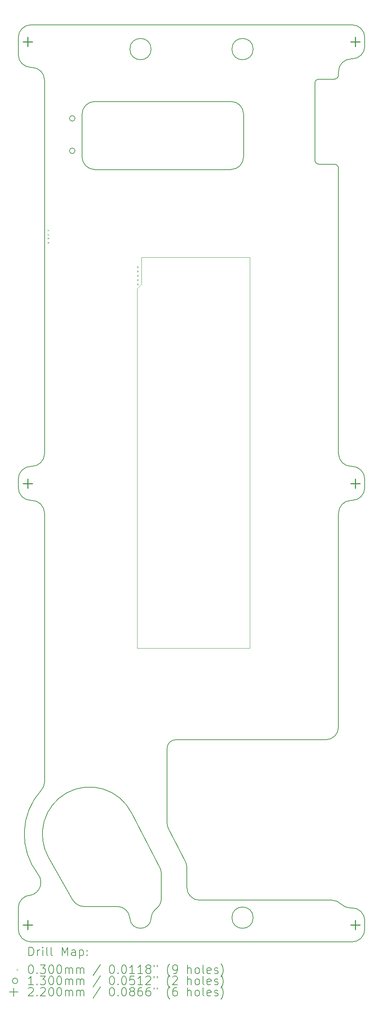
<source format=gbr>
%TF.GenerationSoftware,KiCad,Pcbnew,9.0.1*%
%TF.CreationDate,2025-04-06T17:44:16-07:00*%
%TF.ProjectId,Coil_Panel_XY,436f696c-5f50-4616-9e65-6c5f58592e6b,2.2*%
%TF.SameCoordinates,Original*%
%TF.FileFunction,Drillmap*%
%TF.FilePolarity,Positive*%
%FSLAX45Y45*%
G04 Gerber Fmt 4.5, Leading zero omitted, Abs format (unit mm)*
G04 Created by KiCad (PCBNEW 9.0.1) date 2025-04-06 17:44:16*
%MOMM*%
%LPD*%
G01*
G04 APERTURE LIST*
%ADD10C,0.200000*%
%ADD11C,0.100000*%
%ADD12C,0.130000*%
%ADD13C,0.220000*%
G04 APERTURE END LIST*
D10*
X3300000Y-13175000D02*
X3317500Y-13175000D01*
X3469229Y-21964624D02*
G75*
G02*
X3539605Y-19986073I1205774J947638D01*
G01*
D11*
X5800000Y-16650000D02*
X8450000Y-16650000D01*
D10*
X3317500Y-13175000D02*
G75*
G02*
X3617500Y-13475000I0J-300000D01*
G01*
X3617500Y-13475000D02*
X3617500Y-19800000D01*
X10532500Y-3100000D02*
G75*
G02*
X10832500Y-2800000I300000J0D01*
G01*
X8525000Y-22980000D02*
G75*
G02*
X8025000Y-22980000I-250000J0D01*
G01*
X8025000Y-22980000D02*
G75*
G02*
X8525000Y-22980000I250000J0D01*
G01*
X3300000Y-3000000D02*
G75*
G02*
X3000000Y-2700000I0J300000D01*
G01*
X8300000Y-4100000D02*
X8300000Y-5100000D01*
X10832500Y-2800000D02*
X10850000Y-2800000D01*
X4800000Y-5400000D02*
G75*
G02*
X4500000Y-5100000I0J300000D01*
G01*
X3300000Y-13175000D02*
G75*
G02*
X3000000Y-12875000I0J300000D01*
G01*
X10832500Y-12375000D02*
G75*
G02*
X10532500Y-12075000I0J300000D01*
G01*
X3617500Y-12075000D02*
G75*
G02*
X3317500Y-12375000I-300000J0D01*
G01*
X11150000Y-12875000D02*
X11150000Y-12675000D01*
X3000000Y-12675000D02*
X3000000Y-12875000D01*
X4500000Y-5100000D02*
X4500000Y-4100000D01*
X3317500Y-12375000D02*
X3300000Y-12375000D01*
X3317500Y-3000000D02*
G75*
G02*
X3617500Y-3300000I0J-300000D01*
G01*
X10850000Y-12375000D02*
G75*
G02*
X11150000Y-12675000I0J-300000D01*
G01*
X3000000Y-22750000D02*
X3000000Y-23250000D01*
X3000000Y-12675000D02*
G75*
G02*
X3300000Y-12375000I300000J0D01*
G01*
X11150000Y-12875000D02*
G75*
G02*
X10850000Y-13175000I-300000J0D01*
G01*
X10532500Y-12075000D02*
X10532500Y-5375000D01*
X10532500Y-13475000D02*
G75*
G02*
X10832500Y-13175000I300000J0D01*
G01*
X10432500Y-5275000D02*
X10075000Y-5275000D01*
X10075000Y-5275000D02*
G75*
G02*
X9975000Y-5175000I0J100000D01*
G01*
X8000000Y-3800000D02*
G75*
G02*
X8300000Y-4100000I0J-300000D01*
G01*
D11*
X8450000Y-7460000D02*
X5900000Y-7460000D01*
D10*
X3000000Y-2300000D02*
G75*
G02*
X3300000Y-2000000I300000J0D01*
G01*
X6365000Y-21943583D02*
X6365000Y-22528990D01*
X11150000Y-23250000D02*
G75*
G02*
X10850000Y-23550000I-300000J0D01*
G01*
D11*
X8450000Y-7460000D02*
X8450000Y-16650000D01*
D10*
X10832500Y-13175000D02*
X10850000Y-13175000D01*
X10850000Y-2000000D02*
G75*
G02*
X11150000Y-2300000I0J-300000D01*
G01*
X10432500Y-5275000D02*
G75*
G02*
X10532500Y-5375000I0J-100000D01*
G01*
X10075000Y-3275000D02*
X10432500Y-3275000D01*
X3617500Y-3300000D02*
X3617500Y-12075000D01*
X10380000Y-22570000D02*
G75*
G02*
X10595034Y-22662387I-1310J-299490D01*
G01*
X10532500Y-3175000D02*
X10532500Y-3100000D01*
X6931375Y-21659386D02*
G75*
G02*
X6964999Y-21800000I-265745J-137874D01*
G01*
X6365000Y-22528990D02*
G75*
G02*
X6244602Y-22769288I-300000J0D01*
G01*
X4544028Y-22715486D02*
G75*
G02*
X4283610Y-22564415I2J299996D01*
G01*
X6500000Y-20750000D02*
X6500000Y-19000000D01*
X10850000Y-22750000D02*
G75*
G02*
X11150000Y-23050000I0J-300000D01*
G01*
X4283606Y-22564417D02*
X3713209Y-21567021D01*
X10850000Y-12375000D02*
X10832500Y-12375000D01*
X6124638Y-22993448D02*
G75*
G02*
X5625521Y-22996130I-249638J13451D01*
G01*
X8300000Y-5100000D02*
G75*
G02*
X8000000Y-5400000I-300000J0D01*
G01*
X4800000Y-3800000D02*
X8000000Y-3800000D01*
X3300000Y-23550000D02*
G75*
G02*
X3000000Y-23250000I0J300000D01*
G01*
X11150000Y-2500000D02*
G75*
G02*
X10850000Y-2800000I-300000J0D01*
G01*
X5326146Y-22715486D02*
G75*
G02*
X5625520Y-22996130I4J-299994D01*
G01*
X10800000Y-22750000D02*
G75*
G02*
X10595034Y-22662387I8900J304380D01*
G01*
X6124638Y-22993448D02*
G75*
G02*
X6244600Y-22769285I299582J-16142D01*
G01*
X10380000Y-22570000D02*
X7265000Y-22570000D01*
X6965000Y-22270000D02*
X6965000Y-21800000D01*
X9975000Y-5175000D02*
X9975000Y-3375000D01*
D11*
X5900000Y-7460000D02*
X5900000Y-8100000D01*
X5800000Y-8200000D02*
X5800000Y-16650000D01*
D10*
X8525000Y-2570000D02*
G75*
G02*
X8025000Y-2570000I-250000J0D01*
G01*
X8025000Y-2570000D02*
G75*
G02*
X8525000Y-2570000I250000J0D01*
G01*
X3617500Y-19800000D02*
G75*
G02*
X3539606Y-19986074I-303260J17610D01*
G01*
X5326146Y-22715486D02*
X4544028Y-22715486D01*
X10850000Y-22750000D02*
X10800000Y-22750000D01*
X4500000Y-4100000D02*
G75*
G02*
X4800000Y-3800000I300000J0D01*
G01*
X5658777Y-20507316D02*
X6331375Y-21805581D01*
X7265000Y-22570000D02*
G75*
G02*
X6965000Y-22270000I0J300000D01*
G01*
X10850000Y-2000000D02*
X3300000Y-2000000D01*
X3000000Y-2300000D02*
X3000000Y-2700000D01*
X3713209Y-21567021D02*
G75*
G02*
X5658778Y-20507316I961792J550034D01*
G01*
X6700000Y-18800000D02*
X10232500Y-18800000D01*
X3300000Y-23550000D02*
X10850000Y-23550000D01*
X10532500Y-3175000D02*
G75*
G02*
X10432500Y-3275000I-100000J0D01*
G01*
X6931375Y-21659386D02*
X6533625Y-20891640D01*
X9975000Y-3375000D02*
G75*
G02*
X10075000Y-3275000I100000J0D01*
G01*
X3300000Y-3000000D02*
X3317500Y-3000000D01*
X6533625Y-20891640D02*
G75*
G02*
X6499998Y-20750000I266745J138140D01*
G01*
X3469229Y-21964624D02*
G75*
G02*
X3300000Y-22450000I-245330J-186654D01*
G01*
X3000000Y-22750000D02*
G75*
G02*
X3300000Y-22450000I300000J0D01*
G01*
X10532500Y-18500000D02*
X10532500Y-13475000D01*
D11*
X5900000Y-8100000D02*
X5800000Y-8200000D01*
D10*
X10532500Y-18500000D02*
G75*
G02*
X10232500Y-18800000I-300000J0D01*
G01*
X11150000Y-2500000D02*
X11150000Y-2300000D01*
X6125000Y-2570000D02*
G75*
G02*
X5625000Y-2570000I-250000J0D01*
G01*
X5625000Y-2570000D02*
G75*
G02*
X6125000Y-2570000I250000J0D01*
G01*
X11150000Y-23250000D02*
X11150000Y-23050000D01*
X6500000Y-19000000D02*
G75*
G02*
X6700000Y-18800000I200000J0D01*
G01*
X6331375Y-21805581D02*
G75*
G02*
X6365001Y-21943583I-266435J-138019D01*
G01*
X8000000Y-5400000D02*
X4800000Y-5400000D01*
D11*
X3690212Y-6809606D02*
X3720212Y-6839606D01*
X3720212Y-6809606D02*
X3690212Y-6839606D01*
X3690212Y-6911206D02*
X3720212Y-6941206D01*
X3720212Y-6911206D02*
X3690212Y-6941206D01*
X3690212Y-7003037D02*
X3720212Y-7033037D01*
X3720212Y-7003037D02*
X3690212Y-7033037D01*
X3690212Y-7104637D02*
X3720212Y-7134637D01*
X3720212Y-7104637D02*
X3690212Y-7134637D01*
X5792969Y-8079606D02*
X5822969Y-8109606D01*
X5822969Y-8079606D02*
X5792969Y-8109606D01*
X5795212Y-7673206D02*
X5825212Y-7703206D01*
X5825212Y-7673206D02*
X5795212Y-7703206D01*
X5795212Y-7774806D02*
X5825212Y-7804806D01*
X5825212Y-7774806D02*
X5795212Y-7804806D01*
X5795212Y-7876406D02*
X5825212Y-7906406D01*
X5825212Y-7876406D02*
X5795212Y-7906406D01*
X5795212Y-7978006D02*
X5825212Y-8008006D01*
X5825212Y-7978006D02*
X5795212Y-8008006D01*
D12*
X4335000Y-4198000D02*
G75*
G02*
X4205000Y-4198000I-65000J0D01*
G01*
X4205000Y-4198000D02*
G75*
G02*
X4335000Y-4198000I65000J0D01*
G01*
X4335000Y-4960000D02*
G75*
G02*
X4205000Y-4960000I-65000J0D01*
G01*
X4205000Y-4960000D02*
G75*
G02*
X4335000Y-4960000I65000J0D01*
G01*
D13*
X3225000Y-2290000D02*
X3225000Y-2510000D01*
X3115000Y-2400000D02*
X3335000Y-2400000D01*
X3225000Y-12665000D02*
X3225000Y-12885000D01*
X3115000Y-12775000D02*
X3335000Y-12775000D01*
X3225000Y-23040000D02*
X3225000Y-23260000D01*
X3115000Y-23150000D02*
X3335000Y-23150000D01*
X10925000Y-2290000D02*
X10925000Y-2510000D01*
X10815000Y-2400000D02*
X11035000Y-2400000D01*
X10925000Y-12665000D02*
X10925000Y-12885000D01*
X10815000Y-12775000D02*
X11035000Y-12775000D01*
X10925000Y-23040000D02*
X10925000Y-23260000D01*
X10815000Y-23150000D02*
X11035000Y-23150000D01*
D10*
X3250777Y-23871484D02*
X3250777Y-23671484D01*
X3250777Y-23671484D02*
X3298396Y-23671484D01*
X3298396Y-23671484D02*
X3326967Y-23681008D01*
X3326967Y-23681008D02*
X3346015Y-23700055D01*
X3346015Y-23700055D02*
X3355539Y-23719103D01*
X3355539Y-23719103D02*
X3365062Y-23757198D01*
X3365062Y-23757198D02*
X3365062Y-23785769D01*
X3365062Y-23785769D02*
X3355539Y-23823865D01*
X3355539Y-23823865D02*
X3346015Y-23842912D01*
X3346015Y-23842912D02*
X3326967Y-23861960D01*
X3326967Y-23861960D02*
X3298396Y-23871484D01*
X3298396Y-23871484D02*
X3250777Y-23871484D01*
X3450777Y-23871484D02*
X3450777Y-23738150D01*
X3450777Y-23776246D02*
X3460301Y-23757198D01*
X3460301Y-23757198D02*
X3469824Y-23747674D01*
X3469824Y-23747674D02*
X3488872Y-23738150D01*
X3488872Y-23738150D02*
X3507920Y-23738150D01*
X3574586Y-23871484D02*
X3574586Y-23738150D01*
X3574586Y-23671484D02*
X3565062Y-23681008D01*
X3565062Y-23681008D02*
X3574586Y-23690531D01*
X3574586Y-23690531D02*
X3584110Y-23681008D01*
X3584110Y-23681008D02*
X3574586Y-23671484D01*
X3574586Y-23671484D02*
X3574586Y-23690531D01*
X3698396Y-23871484D02*
X3679348Y-23861960D01*
X3679348Y-23861960D02*
X3669824Y-23842912D01*
X3669824Y-23842912D02*
X3669824Y-23671484D01*
X3803158Y-23871484D02*
X3784110Y-23861960D01*
X3784110Y-23861960D02*
X3774586Y-23842912D01*
X3774586Y-23842912D02*
X3774586Y-23671484D01*
X4031729Y-23871484D02*
X4031729Y-23671484D01*
X4031729Y-23671484D02*
X4098396Y-23814341D01*
X4098396Y-23814341D02*
X4165062Y-23671484D01*
X4165062Y-23671484D02*
X4165062Y-23871484D01*
X4346015Y-23871484D02*
X4346015Y-23766722D01*
X4346015Y-23766722D02*
X4336491Y-23747674D01*
X4336491Y-23747674D02*
X4317444Y-23738150D01*
X4317444Y-23738150D02*
X4279348Y-23738150D01*
X4279348Y-23738150D02*
X4260301Y-23747674D01*
X4346015Y-23861960D02*
X4326967Y-23871484D01*
X4326967Y-23871484D02*
X4279348Y-23871484D01*
X4279348Y-23871484D02*
X4260301Y-23861960D01*
X4260301Y-23861960D02*
X4250777Y-23842912D01*
X4250777Y-23842912D02*
X4250777Y-23823865D01*
X4250777Y-23823865D02*
X4260301Y-23804817D01*
X4260301Y-23804817D02*
X4279348Y-23795293D01*
X4279348Y-23795293D02*
X4326967Y-23795293D01*
X4326967Y-23795293D02*
X4346015Y-23785769D01*
X4441253Y-23738150D02*
X4441253Y-23938150D01*
X4441253Y-23747674D02*
X4460301Y-23738150D01*
X4460301Y-23738150D02*
X4498396Y-23738150D01*
X4498396Y-23738150D02*
X4517444Y-23747674D01*
X4517444Y-23747674D02*
X4526967Y-23757198D01*
X4526967Y-23757198D02*
X4536491Y-23776246D01*
X4536491Y-23776246D02*
X4536491Y-23833388D01*
X4536491Y-23833388D02*
X4526967Y-23852436D01*
X4526967Y-23852436D02*
X4517444Y-23861960D01*
X4517444Y-23861960D02*
X4498396Y-23871484D01*
X4498396Y-23871484D02*
X4460301Y-23871484D01*
X4460301Y-23871484D02*
X4441253Y-23861960D01*
X4622205Y-23852436D02*
X4631729Y-23861960D01*
X4631729Y-23861960D02*
X4622205Y-23871484D01*
X4622205Y-23871484D02*
X4612682Y-23861960D01*
X4612682Y-23861960D02*
X4622205Y-23852436D01*
X4622205Y-23852436D02*
X4622205Y-23871484D01*
X4622205Y-23747674D02*
X4631729Y-23757198D01*
X4631729Y-23757198D02*
X4622205Y-23766722D01*
X4622205Y-23766722D02*
X4612682Y-23757198D01*
X4612682Y-23757198D02*
X4622205Y-23747674D01*
X4622205Y-23747674D02*
X4622205Y-23766722D01*
D11*
X2960000Y-24185000D02*
X2990000Y-24215000D01*
X2990000Y-24185000D02*
X2960000Y-24215000D01*
D10*
X3288872Y-24091484D02*
X3307920Y-24091484D01*
X3307920Y-24091484D02*
X3326967Y-24101008D01*
X3326967Y-24101008D02*
X3336491Y-24110531D01*
X3336491Y-24110531D02*
X3346015Y-24129579D01*
X3346015Y-24129579D02*
X3355539Y-24167674D01*
X3355539Y-24167674D02*
X3355539Y-24215293D01*
X3355539Y-24215293D02*
X3346015Y-24253388D01*
X3346015Y-24253388D02*
X3336491Y-24272436D01*
X3336491Y-24272436D02*
X3326967Y-24281960D01*
X3326967Y-24281960D02*
X3307920Y-24291484D01*
X3307920Y-24291484D02*
X3288872Y-24291484D01*
X3288872Y-24291484D02*
X3269824Y-24281960D01*
X3269824Y-24281960D02*
X3260301Y-24272436D01*
X3260301Y-24272436D02*
X3250777Y-24253388D01*
X3250777Y-24253388D02*
X3241253Y-24215293D01*
X3241253Y-24215293D02*
X3241253Y-24167674D01*
X3241253Y-24167674D02*
X3250777Y-24129579D01*
X3250777Y-24129579D02*
X3260301Y-24110531D01*
X3260301Y-24110531D02*
X3269824Y-24101008D01*
X3269824Y-24101008D02*
X3288872Y-24091484D01*
X3441253Y-24272436D02*
X3450777Y-24281960D01*
X3450777Y-24281960D02*
X3441253Y-24291484D01*
X3441253Y-24291484D02*
X3431729Y-24281960D01*
X3431729Y-24281960D02*
X3441253Y-24272436D01*
X3441253Y-24272436D02*
X3441253Y-24291484D01*
X3517443Y-24091484D02*
X3641253Y-24091484D01*
X3641253Y-24091484D02*
X3574586Y-24167674D01*
X3574586Y-24167674D02*
X3603158Y-24167674D01*
X3603158Y-24167674D02*
X3622205Y-24177198D01*
X3622205Y-24177198D02*
X3631729Y-24186722D01*
X3631729Y-24186722D02*
X3641253Y-24205769D01*
X3641253Y-24205769D02*
X3641253Y-24253388D01*
X3641253Y-24253388D02*
X3631729Y-24272436D01*
X3631729Y-24272436D02*
X3622205Y-24281960D01*
X3622205Y-24281960D02*
X3603158Y-24291484D01*
X3603158Y-24291484D02*
X3546015Y-24291484D01*
X3546015Y-24291484D02*
X3526967Y-24281960D01*
X3526967Y-24281960D02*
X3517443Y-24272436D01*
X3765062Y-24091484D02*
X3784110Y-24091484D01*
X3784110Y-24091484D02*
X3803158Y-24101008D01*
X3803158Y-24101008D02*
X3812682Y-24110531D01*
X3812682Y-24110531D02*
X3822205Y-24129579D01*
X3822205Y-24129579D02*
X3831729Y-24167674D01*
X3831729Y-24167674D02*
X3831729Y-24215293D01*
X3831729Y-24215293D02*
X3822205Y-24253388D01*
X3822205Y-24253388D02*
X3812682Y-24272436D01*
X3812682Y-24272436D02*
X3803158Y-24281960D01*
X3803158Y-24281960D02*
X3784110Y-24291484D01*
X3784110Y-24291484D02*
X3765062Y-24291484D01*
X3765062Y-24291484D02*
X3746015Y-24281960D01*
X3746015Y-24281960D02*
X3736491Y-24272436D01*
X3736491Y-24272436D02*
X3726967Y-24253388D01*
X3726967Y-24253388D02*
X3717443Y-24215293D01*
X3717443Y-24215293D02*
X3717443Y-24167674D01*
X3717443Y-24167674D02*
X3726967Y-24129579D01*
X3726967Y-24129579D02*
X3736491Y-24110531D01*
X3736491Y-24110531D02*
X3746015Y-24101008D01*
X3746015Y-24101008D02*
X3765062Y-24091484D01*
X3955539Y-24091484D02*
X3974586Y-24091484D01*
X3974586Y-24091484D02*
X3993634Y-24101008D01*
X3993634Y-24101008D02*
X4003158Y-24110531D01*
X4003158Y-24110531D02*
X4012682Y-24129579D01*
X4012682Y-24129579D02*
X4022205Y-24167674D01*
X4022205Y-24167674D02*
X4022205Y-24215293D01*
X4022205Y-24215293D02*
X4012682Y-24253388D01*
X4012682Y-24253388D02*
X4003158Y-24272436D01*
X4003158Y-24272436D02*
X3993634Y-24281960D01*
X3993634Y-24281960D02*
X3974586Y-24291484D01*
X3974586Y-24291484D02*
X3955539Y-24291484D01*
X3955539Y-24291484D02*
X3936491Y-24281960D01*
X3936491Y-24281960D02*
X3926967Y-24272436D01*
X3926967Y-24272436D02*
X3917443Y-24253388D01*
X3917443Y-24253388D02*
X3907920Y-24215293D01*
X3907920Y-24215293D02*
X3907920Y-24167674D01*
X3907920Y-24167674D02*
X3917443Y-24129579D01*
X3917443Y-24129579D02*
X3926967Y-24110531D01*
X3926967Y-24110531D02*
X3936491Y-24101008D01*
X3936491Y-24101008D02*
X3955539Y-24091484D01*
X4107920Y-24291484D02*
X4107920Y-24158150D01*
X4107920Y-24177198D02*
X4117443Y-24167674D01*
X4117443Y-24167674D02*
X4136491Y-24158150D01*
X4136491Y-24158150D02*
X4165063Y-24158150D01*
X4165063Y-24158150D02*
X4184110Y-24167674D01*
X4184110Y-24167674D02*
X4193634Y-24186722D01*
X4193634Y-24186722D02*
X4193634Y-24291484D01*
X4193634Y-24186722D02*
X4203158Y-24167674D01*
X4203158Y-24167674D02*
X4222205Y-24158150D01*
X4222205Y-24158150D02*
X4250777Y-24158150D01*
X4250777Y-24158150D02*
X4269825Y-24167674D01*
X4269825Y-24167674D02*
X4279348Y-24186722D01*
X4279348Y-24186722D02*
X4279348Y-24291484D01*
X4374586Y-24291484D02*
X4374586Y-24158150D01*
X4374586Y-24177198D02*
X4384110Y-24167674D01*
X4384110Y-24167674D02*
X4403158Y-24158150D01*
X4403158Y-24158150D02*
X4431729Y-24158150D01*
X4431729Y-24158150D02*
X4450777Y-24167674D01*
X4450777Y-24167674D02*
X4460301Y-24186722D01*
X4460301Y-24186722D02*
X4460301Y-24291484D01*
X4460301Y-24186722D02*
X4469825Y-24167674D01*
X4469825Y-24167674D02*
X4488872Y-24158150D01*
X4488872Y-24158150D02*
X4517444Y-24158150D01*
X4517444Y-24158150D02*
X4536491Y-24167674D01*
X4536491Y-24167674D02*
X4546015Y-24186722D01*
X4546015Y-24186722D02*
X4546015Y-24291484D01*
X4936491Y-24081960D02*
X4765063Y-24339103D01*
X5193634Y-24091484D02*
X5212682Y-24091484D01*
X5212682Y-24091484D02*
X5231729Y-24101008D01*
X5231729Y-24101008D02*
X5241253Y-24110531D01*
X5241253Y-24110531D02*
X5250777Y-24129579D01*
X5250777Y-24129579D02*
X5260301Y-24167674D01*
X5260301Y-24167674D02*
X5260301Y-24215293D01*
X5260301Y-24215293D02*
X5250777Y-24253388D01*
X5250777Y-24253388D02*
X5241253Y-24272436D01*
X5241253Y-24272436D02*
X5231729Y-24281960D01*
X5231729Y-24281960D02*
X5212682Y-24291484D01*
X5212682Y-24291484D02*
X5193634Y-24291484D01*
X5193634Y-24291484D02*
X5174587Y-24281960D01*
X5174587Y-24281960D02*
X5165063Y-24272436D01*
X5165063Y-24272436D02*
X5155539Y-24253388D01*
X5155539Y-24253388D02*
X5146015Y-24215293D01*
X5146015Y-24215293D02*
X5146015Y-24167674D01*
X5146015Y-24167674D02*
X5155539Y-24129579D01*
X5155539Y-24129579D02*
X5165063Y-24110531D01*
X5165063Y-24110531D02*
X5174587Y-24101008D01*
X5174587Y-24101008D02*
X5193634Y-24091484D01*
X5346015Y-24272436D02*
X5355539Y-24281960D01*
X5355539Y-24281960D02*
X5346015Y-24291484D01*
X5346015Y-24291484D02*
X5336491Y-24281960D01*
X5336491Y-24281960D02*
X5346015Y-24272436D01*
X5346015Y-24272436D02*
X5346015Y-24291484D01*
X5479348Y-24091484D02*
X5498396Y-24091484D01*
X5498396Y-24091484D02*
X5517444Y-24101008D01*
X5517444Y-24101008D02*
X5526968Y-24110531D01*
X5526968Y-24110531D02*
X5536491Y-24129579D01*
X5536491Y-24129579D02*
X5546015Y-24167674D01*
X5546015Y-24167674D02*
X5546015Y-24215293D01*
X5546015Y-24215293D02*
X5536491Y-24253388D01*
X5536491Y-24253388D02*
X5526968Y-24272436D01*
X5526968Y-24272436D02*
X5517444Y-24281960D01*
X5517444Y-24281960D02*
X5498396Y-24291484D01*
X5498396Y-24291484D02*
X5479348Y-24291484D01*
X5479348Y-24291484D02*
X5460301Y-24281960D01*
X5460301Y-24281960D02*
X5450777Y-24272436D01*
X5450777Y-24272436D02*
X5441253Y-24253388D01*
X5441253Y-24253388D02*
X5431729Y-24215293D01*
X5431729Y-24215293D02*
X5431729Y-24167674D01*
X5431729Y-24167674D02*
X5441253Y-24129579D01*
X5441253Y-24129579D02*
X5450777Y-24110531D01*
X5450777Y-24110531D02*
X5460301Y-24101008D01*
X5460301Y-24101008D02*
X5479348Y-24091484D01*
X5736491Y-24291484D02*
X5622206Y-24291484D01*
X5679348Y-24291484D02*
X5679348Y-24091484D01*
X5679348Y-24091484D02*
X5660301Y-24120055D01*
X5660301Y-24120055D02*
X5641253Y-24139103D01*
X5641253Y-24139103D02*
X5622206Y-24148627D01*
X5926967Y-24291484D02*
X5812682Y-24291484D01*
X5869825Y-24291484D02*
X5869825Y-24091484D01*
X5869825Y-24091484D02*
X5850777Y-24120055D01*
X5850777Y-24120055D02*
X5831729Y-24139103D01*
X5831729Y-24139103D02*
X5812682Y-24148627D01*
X6041253Y-24177198D02*
X6022206Y-24167674D01*
X6022206Y-24167674D02*
X6012682Y-24158150D01*
X6012682Y-24158150D02*
X6003158Y-24139103D01*
X6003158Y-24139103D02*
X6003158Y-24129579D01*
X6003158Y-24129579D02*
X6012682Y-24110531D01*
X6012682Y-24110531D02*
X6022206Y-24101008D01*
X6022206Y-24101008D02*
X6041253Y-24091484D01*
X6041253Y-24091484D02*
X6079348Y-24091484D01*
X6079348Y-24091484D02*
X6098396Y-24101008D01*
X6098396Y-24101008D02*
X6107920Y-24110531D01*
X6107920Y-24110531D02*
X6117444Y-24129579D01*
X6117444Y-24129579D02*
X6117444Y-24139103D01*
X6117444Y-24139103D02*
X6107920Y-24158150D01*
X6107920Y-24158150D02*
X6098396Y-24167674D01*
X6098396Y-24167674D02*
X6079348Y-24177198D01*
X6079348Y-24177198D02*
X6041253Y-24177198D01*
X6041253Y-24177198D02*
X6022206Y-24186722D01*
X6022206Y-24186722D02*
X6012682Y-24196246D01*
X6012682Y-24196246D02*
X6003158Y-24215293D01*
X6003158Y-24215293D02*
X6003158Y-24253388D01*
X6003158Y-24253388D02*
X6012682Y-24272436D01*
X6012682Y-24272436D02*
X6022206Y-24281960D01*
X6022206Y-24281960D02*
X6041253Y-24291484D01*
X6041253Y-24291484D02*
X6079348Y-24291484D01*
X6079348Y-24291484D02*
X6098396Y-24281960D01*
X6098396Y-24281960D02*
X6107920Y-24272436D01*
X6107920Y-24272436D02*
X6117444Y-24253388D01*
X6117444Y-24253388D02*
X6117444Y-24215293D01*
X6117444Y-24215293D02*
X6107920Y-24196246D01*
X6107920Y-24196246D02*
X6098396Y-24186722D01*
X6098396Y-24186722D02*
X6079348Y-24177198D01*
X6193634Y-24091484D02*
X6193634Y-24129579D01*
X6269825Y-24091484D02*
X6269825Y-24129579D01*
X6565063Y-24367674D02*
X6555539Y-24358150D01*
X6555539Y-24358150D02*
X6536491Y-24329579D01*
X6536491Y-24329579D02*
X6526968Y-24310531D01*
X6526968Y-24310531D02*
X6517444Y-24281960D01*
X6517444Y-24281960D02*
X6507920Y-24234341D01*
X6507920Y-24234341D02*
X6507920Y-24196246D01*
X6507920Y-24196246D02*
X6517444Y-24148627D01*
X6517444Y-24148627D02*
X6526968Y-24120055D01*
X6526968Y-24120055D02*
X6536491Y-24101008D01*
X6536491Y-24101008D02*
X6555539Y-24072436D01*
X6555539Y-24072436D02*
X6565063Y-24062912D01*
X6650777Y-24291484D02*
X6688872Y-24291484D01*
X6688872Y-24291484D02*
X6707920Y-24281960D01*
X6707920Y-24281960D02*
X6717444Y-24272436D01*
X6717444Y-24272436D02*
X6736491Y-24243865D01*
X6736491Y-24243865D02*
X6746015Y-24205769D01*
X6746015Y-24205769D02*
X6746015Y-24129579D01*
X6746015Y-24129579D02*
X6736491Y-24110531D01*
X6736491Y-24110531D02*
X6726968Y-24101008D01*
X6726968Y-24101008D02*
X6707920Y-24091484D01*
X6707920Y-24091484D02*
X6669825Y-24091484D01*
X6669825Y-24091484D02*
X6650777Y-24101008D01*
X6650777Y-24101008D02*
X6641253Y-24110531D01*
X6641253Y-24110531D02*
X6631729Y-24129579D01*
X6631729Y-24129579D02*
X6631729Y-24177198D01*
X6631729Y-24177198D02*
X6641253Y-24196246D01*
X6641253Y-24196246D02*
X6650777Y-24205769D01*
X6650777Y-24205769D02*
X6669825Y-24215293D01*
X6669825Y-24215293D02*
X6707920Y-24215293D01*
X6707920Y-24215293D02*
X6726968Y-24205769D01*
X6726968Y-24205769D02*
X6736491Y-24196246D01*
X6736491Y-24196246D02*
X6746015Y-24177198D01*
X6984110Y-24291484D02*
X6984110Y-24091484D01*
X7069825Y-24291484D02*
X7069825Y-24186722D01*
X7069825Y-24186722D02*
X7060301Y-24167674D01*
X7060301Y-24167674D02*
X7041253Y-24158150D01*
X7041253Y-24158150D02*
X7012682Y-24158150D01*
X7012682Y-24158150D02*
X6993634Y-24167674D01*
X6993634Y-24167674D02*
X6984110Y-24177198D01*
X7193634Y-24291484D02*
X7174587Y-24281960D01*
X7174587Y-24281960D02*
X7165063Y-24272436D01*
X7165063Y-24272436D02*
X7155539Y-24253388D01*
X7155539Y-24253388D02*
X7155539Y-24196246D01*
X7155539Y-24196246D02*
X7165063Y-24177198D01*
X7165063Y-24177198D02*
X7174587Y-24167674D01*
X7174587Y-24167674D02*
X7193634Y-24158150D01*
X7193634Y-24158150D02*
X7222206Y-24158150D01*
X7222206Y-24158150D02*
X7241253Y-24167674D01*
X7241253Y-24167674D02*
X7250777Y-24177198D01*
X7250777Y-24177198D02*
X7260301Y-24196246D01*
X7260301Y-24196246D02*
X7260301Y-24253388D01*
X7260301Y-24253388D02*
X7250777Y-24272436D01*
X7250777Y-24272436D02*
X7241253Y-24281960D01*
X7241253Y-24281960D02*
X7222206Y-24291484D01*
X7222206Y-24291484D02*
X7193634Y-24291484D01*
X7374587Y-24291484D02*
X7355539Y-24281960D01*
X7355539Y-24281960D02*
X7346015Y-24262912D01*
X7346015Y-24262912D02*
X7346015Y-24091484D01*
X7526968Y-24281960D02*
X7507920Y-24291484D01*
X7507920Y-24291484D02*
X7469825Y-24291484D01*
X7469825Y-24291484D02*
X7450777Y-24281960D01*
X7450777Y-24281960D02*
X7441253Y-24262912D01*
X7441253Y-24262912D02*
X7441253Y-24186722D01*
X7441253Y-24186722D02*
X7450777Y-24167674D01*
X7450777Y-24167674D02*
X7469825Y-24158150D01*
X7469825Y-24158150D02*
X7507920Y-24158150D01*
X7507920Y-24158150D02*
X7526968Y-24167674D01*
X7526968Y-24167674D02*
X7536491Y-24186722D01*
X7536491Y-24186722D02*
X7536491Y-24205769D01*
X7536491Y-24205769D02*
X7441253Y-24224817D01*
X7612682Y-24281960D02*
X7631730Y-24291484D01*
X7631730Y-24291484D02*
X7669825Y-24291484D01*
X7669825Y-24291484D02*
X7688872Y-24281960D01*
X7688872Y-24281960D02*
X7698396Y-24262912D01*
X7698396Y-24262912D02*
X7698396Y-24253388D01*
X7698396Y-24253388D02*
X7688872Y-24234341D01*
X7688872Y-24234341D02*
X7669825Y-24224817D01*
X7669825Y-24224817D02*
X7641253Y-24224817D01*
X7641253Y-24224817D02*
X7622206Y-24215293D01*
X7622206Y-24215293D02*
X7612682Y-24196246D01*
X7612682Y-24196246D02*
X7612682Y-24186722D01*
X7612682Y-24186722D02*
X7622206Y-24167674D01*
X7622206Y-24167674D02*
X7641253Y-24158150D01*
X7641253Y-24158150D02*
X7669825Y-24158150D01*
X7669825Y-24158150D02*
X7688872Y-24167674D01*
X7765063Y-24367674D02*
X7774587Y-24358150D01*
X7774587Y-24358150D02*
X7793634Y-24329579D01*
X7793634Y-24329579D02*
X7803158Y-24310531D01*
X7803158Y-24310531D02*
X7812682Y-24281960D01*
X7812682Y-24281960D02*
X7822206Y-24234341D01*
X7822206Y-24234341D02*
X7822206Y-24196246D01*
X7822206Y-24196246D02*
X7812682Y-24148627D01*
X7812682Y-24148627D02*
X7803158Y-24120055D01*
X7803158Y-24120055D02*
X7793634Y-24101008D01*
X7793634Y-24101008D02*
X7774587Y-24072436D01*
X7774587Y-24072436D02*
X7765063Y-24062912D01*
D12*
X2990000Y-24464000D02*
G75*
G02*
X2860000Y-24464000I-65000J0D01*
G01*
X2860000Y-24464000D02*
G75*
G02*
X2990000Y-24464000I65000J0D01*
G01*
D10*
X3355539Y-24555484D02*
X3241253Y-24555484D01*
X3298396Y-24555484D02*
X3298396Y-24355484D01*
X3298396Y-24355484D02*
X3279348Y-24384055D01*
X3279348Y-24384055D02*
X3260301Y-24403103D01*
X3260301Y-24403103D02*
X3241253Y-24412627D01*
X3441253Y-24536436D02*
X3450777Y-24545960D01*
X3450777Y-24545960D02*
X3441253Y-24555484D01*
X3441253Y-24555484D02*
X3431729Y-24545960D01*
X3431729Y-24545960D02*
X3441253Y-24536436D01*
X3441253Y-24536436D02*
X3441253Y-24555484D01*
X3517443Y-24355484D02*
X3641253Y-24355484D01*
X3641253Y-24355484D02*
X3574586Y-24431674D01*
X3574586Y-24431674D02*
X3603158Y-24431674D01*
X3603158Y-24431674D02*
X3622205Y-24441198D01*
X3622205Y-24441198D02*
X3631729Y-24450722D01*
X3631729Y-24450722D02*
X3641253Y-24469769D01*
X3641253Y-24469769D02*
X3641253Y-24517388D01*
X3641253Y-24517388D02*
X3631729Y-24536436D01*
X3631729Y-24536436D02*
X3622205Y-24545960D01*
X3622205Y-24545960D02*
X3603158Y-24555484D01*
X3603158Y-24555484D02*
X3546015Y-24555484D01*
X3546015Y-24555484D02*
X3526967Y-24545960D01*
X3526967Y-24545960D02*
X3517443Y-24536436D01*
X3765062Y-24355484D02*
X3784110Y-24355484D01*
X3784110Y-24355484D02*
X3803158Y-24365008D01*
X3803158Y-24365008D02*
X3812682Y-24374531D01*
X3812682Y-24374531D02*
X3822205Y-24393579D01*
X3822205Y-24393579D02*
X3831729Y-24431674D01*
X3831729Y-24431674D02*
X3831729Y-24479293D01*
X3831729Y-24479293D02*
X3822205Y-24517388D01*
X3822205Y-24517388D02*
X3812682Y-24536436D01*
X3812682Y-24536436D02*
X3803158Y-24545960D01*
X3803158Y-24545960D02*
X3784110Y-24555484D01*
X3784110Y-24555484D02*
X3765062Y-24555484D01*
X3765062Y-24555484D02*
X3746015Y-24545960D01*
X3746015Y-24545960D02*
X3736491Y-24536436D01*
X3736491Y-24536436D02*
X3726967Y-24517388D01*
X3726967Y-24517388D02*
X3717443Y-24479293D01*
X3717443Y-24479293D02*
X3717443Y-24431674D01*
X3717443Y-24431674D02*
X3726967Y-24393579D01*
X3726967Y-24393579D02*
X3736491Y-24374531D01*
X3736491Y-24374531D02*
X3746015Y-24365008D01*
X3746015Y-24365008D02*
X3765062Y-24355484D01*
X3955539Y-24355484D02*
X3974586Y-24355484D01*
X3974586Y-24355484D02*
X3993634Y-24365008D01*
X3993634Y-24365008D02*
X4003158Y-24374531D01*
X4003158Y-24374531D02*
X4012682Y-24393579D01*
X4012682Y-24393579D02*
X4022205Y-24431674D01*
X4022205Y-24431674D02*
X4022205Y-24479293D01*
X4022205Y-24479293D02*
X4012682Y-24517388D01*
X4012682Y-24517388D02*
X4003158Y-24536436D01*
X4003158Y-24536436D02*
X3993634Y-24545960D01*
X3993634Y-24545960D02*
X3974586Y-24555484D01*
X3974586Y-24555484D02*
X3955539Y-24555484D01*
X3955539Y-24555484D02*
X3936491Y-24545960D01*
X3936491Y-24545960D02*
X3926967Y-24536436D01*
X3926967Y-24536436D02*
X3917443Y-24517388D01*
X3917443Y-24517388D02*
X3907920Y-24479293D01*
X3907920Y-24479293D02*
X3907920Y-24431674D01*
X3907920Y-24431674D02*
X3917443Y-24393579D01*
X3917443Y-24393579D02*
X3926967Y-24374531D01*
X3926967Y-24374531D02*
X3936491Y-24365008D01*
X3936491Y-24365008D02*
X3955539Y-24355484D01*
X4107920Y-24555484D02*
X4107920Y-24422150D01*
X4107920Y-24441198D02*
X4117443Y-24431674D01*
X4117443Y-24431674D02*
X4136491Y-24422150D01*
X4136491Y-24422150D02*
X4165063Y-24422150D01*
X4165063Y-24422150D02*
X4184110Y-24431674D01*
X4184110Y-24431674D02*
X4193634Y-24450722D01*
X4193634Y-24450722D02*
X4193634Y-24555484D01*
X4193634Y-24450722D02*
X4203158Y-24431674D01*
X4203158Y-24431674D02*
X4222205Y-24422150D01*
X4222205Y-24422150D02*
X4250777Y-24422150D01*
X4250777Y-24422150D02*
X4269825Y-24431674D01*
X4269825Y-24431674D02*
X4279348Y-24450722D01*
X4279348Y-24450722D02*
X4279348Y-24555484D01*
X4374586Y-24555484D02*
X4374586Y-24422150D01*
X4374586Y-24441198D02*
X4384110Y-24431674D01*
X4384110Y-24431674D02*
X4403158Y-24422150D01*
X4403158Y-24422150D02*
X4431729Y-24422150D01*
X4431729Y-24422150D02*
X4450777Y-24431674D01*
X4450777Y-24431674D02*
X4460301Y-24450722D01*
X4460301Y-24450722D02*
X4460301Y-24555484D01*
X4460301Y-24450722D02*
X4469825Y-24431674D01*
X4469825Y-24431674D02*
X4488872Y-24422150D01*
X4488872Y-24422150D02*
X4517444Y-24422150D01*
X4517444Y-24422150D02*
X4536491Y-24431674D01*
X4536491Y-24431674D02*
X4546015Y-24450722D01*
X4546015Y-24450722D02*
X4546015Y-24555484D01*
X4936491Y-24345960D02*
X4765063Y-24603103D01*
X5193634Y-24355484D02*
X5212682Y-24355484D01*
X5212682Y-24355484D02*
X5231729Y-24365008D01*
X5231729Y-24365008D02*
X5241253Y-24374531D01*
X5241253Y-24374531D02*
X5250777Y-24393579D01*
X5250777Y-24393579D02*
X5260301Y-24431674D01*
X5260301Y-24431674D02*
X5260301Y-24479293D01*
X5260301Y-24479293D02*
X5250777Y-24517388D01*
X5250777Y-24517388D02*
X5241253Y-24536436D01*
X5241253Y-24536436D02*
X5231729Y-24545960D01*
X5231729Y-24545960D02*
X5212682Y-24555484D01*
X5212682Y-24555484D02*
X5193634Y-24555484D01*
X5193634Y-24555484D02*
X5174587Y-24545960D01*
X5174587Y-24545960D02*
X5165063Y-24536436D01*
X5165063Y-24536436D02*
X5155539Y-24517388D01*
X5155539Y-24517388D02*
X5146015Y-24479293D01*
X5146015Y-24479293D02*
X5146015Y-24431674D01*
X5146015Y-24431674D02*
X5155539Y-24393579D01*
X5155539Y-24393579D02*
X5165063Y-24374531D01*
X5165063Y-24374531D02*
X5174587Y-24365008D01*
X5174587Y-24365008D02*
X5193634Y-24355484D01*
X5346015Y-24536436D02*
X5355539Y-24545960D01*
X5355539Y-24545960D02*
X5346015Y-24555484D01*
X5346015Y-24555484D02*
X5336491Y-24545960D01*
X5336491Y-24545960D02*
X5346015Y-24536436D01*
X5346015Y-24536436D02*
X5346015Y-24555484D01*
X5479348Y-24355484D02*
X5498396Y-24355484D01*
X5498396Y-24355484D02*
X5517444Y-24365008D01*
X5517444Y-24365008D02*
X5526968Y-24374531D01*
X5526968Y-24374531D02*
X5536491Y-24393579D01*
X5536491Y-24393579D02*
X5546015Y-24431674D01*
X5546015Y-24431674D02*
X5546015Y-24479293D01*
X5546015Y-24479293D02*
X5536491Y-24517388D01*
X5536491Y-24517388D02*
X5526968Y-24536436D01*
X5526968Y-24536436D02*
X5517444Y-24545960D01*
X5517444Y-24545960D02*
X5498396Y-24555484D01*
X5498396Y-24555484D02*
X5479348Y-24555484D01*
X5479348Y-24555484D02*
X5460301Y-24545960D01*
X5460301Y-24545960D02*
X5450777Y-24536436D01*
X5450777Y-24536436D02*
X5441253Y-24517388D01*
X5441253Y-24517388D02*
X5431729Y-24479293D01*
X5431729Y-24479293D02*
X5431729Y-24431674D01*
X5431729Y-24431674D02*
X5441253Y-24393579D01*
X5441253Y-24393579D02*
X5450777Y-24374531D01*
X5450777Y-24374531D02*
X5460301Y-24365008D01*
X5460301Y-24365008D02*
X5479348Y-24355484D01*
X5726967Y-24355484D02*
X5631729Y-24355484D01*
X5631729Y-24355484D02*
X5622206Y-24450722D01*
X5622206Y-24450722D02*
X5631729Y-24441198D01*
X5631729Y-24441198D02*
X5650777Y-24431674D01*
X5650777Y-24431674D02*
X5698396Y-24431674D01*
X5698396Y-24431674D02*
X5717444Y-24441198D01*
X5717444Y-24441198D02*
X5726967Y-24450722D01*
X5726967Y-24450722D02*
X5736491Y-24469769D01*
X5736491Y-24469769D02*
X5736491Y-24517388D01*
X5736491Y-24517388D02*
X5726967Y-24536436D01*
X5726967Y-24536436D02*
X5717444Y-24545960D01*
X5717444Y-24545960D02*
X5698396Y-24555484D01*
X5698396Y-24555484D02*
X5650777Y-24555484D01*
X5650777Y-24555484D02*
X5631729Y-24545960D01*
X5631729Y-24545960D02*
X5622206Y-24536436D01*
X5926967Y-24555484D02*
X5812682Y-24555484D01*
X5869825Y-24555484D02*
X5869825Y-24355484D01*
X5869825Y-24355484D02*
X5850777Y-24384055D01*
X5850777Y-24384055D02*
X5831729Y-24403103D01*
X5831729Y-24403103D02*
X5812682Y-24412627D01*
X6003158Y-24374531D02*
X6012682Y-24365008D01*
X6012682Y-24365008D02*
X6031729Y-24355484D01*
X6031729Y-24355484D02*
X6079348Y-24355484D01*
X6079348Y-24355484D02*
X6098396Y-24365008D01*
X6098396Y-24365008D02*
X6107920Y-24374531D01*
X6107920Y-24374531D02*
X6117444Y-24393579D01*
X6117444Y-24393579D02*
X6117444Y-24412627D01*
X6117444Y-24412627D02*
X6107920Y-24441198D01*
X6107920Y-24441198D02*
X5993634Y-24555484D01*
X5993634Y-24555484D02*
X6117444Y-24555484D01*
X6193634Y-24355484D02*
X6193634Y-24393579D01*
X6269825Y-24355484D02*
X6269825Y-24393579D01*
X6565063Y-24631674D02*
X6555539Y-24622150D01*
X6555539Y-24622150D02*
X6536491Y-24593579D01*
X6536491Y-24593579D02*
X6526968Y-24574531D01*
X6526968Y-24574531D02*
X6517444Y-24545960D01*
X6517444Y-24545960D02*
X6507920Y-24498341D01*
X6507920Y-24498341D02*
X6507920Y-24460246D01*
X6507920Y-24460246D02*
X6517444Y-24412627D01*
X6517444Y-24412627D02*
X6526968Y-24384055D01*
X6526968Y-24384055D02*
X6536491Y-24365008D01*
X6536491Y-24365008D02*
X6555539Y-24336436D01*
X6555539Y-24336436D02*
X6565063Y-24326912D01*
X6631729Y-24374531D02*
X6641253Y-24365008D01*
X6641253Y-24365008D02*
X6660301Y-24355484D01*
X6660301Y-24355484D02*
X6707920Y-24355484D01*
X6707920Y-24355484D02*
X6726968Y-24365008D01*
X6726968Y-24365008D02*
X6736491Y-24374531D01*
X6736491Y-24374531D02*
X6746015Y-24393579D01*
X6746015Y-24393579D02*
X6746015Y-24412627D01*
X6746015Y-24412627D02*
X6736491Y-24441198D01*
X6736491Y-24441198D02*
X6622206Y-24555484D01*
X6622206Y-24555484D02*
X6746015Y-24555484D01*
X6984110Y-24555484D02*
X6984110Y-24355484D01*
X7069825Y-24555484D02*
X7069825Y-24450722D01*
X7069825Y-24450722D02*
X7060301Y-24431674D01*
X7060301Y-24431674D02*
X7041253Y-24422150D01*
X7041253Y-24422150D02*
X7012682Y-24422150D01*
X7012682Y-24422150D02*
X6993634Y-24431674D01*
X6993634Y-24431674D02*
X6984110Y-24441198D01*
X7193634Y-24555484D02*
X7174587Y-24545960D01*
X7174587Y-24545960D02*
X7165063Y-24536436D01*
X7165063Y-24536436D02*
X7155539Y-24517388D01*
X7155539Y-24517388D02*
X7155539Y-24460246D01*
X7155539Y-24460246D02*
X7165063Y-24441198D01*
X7165063Y-24441198D02*
X7174587Y-24431674D01*
X7174587Y-24431674D02*
X7193634Y-24422150D01*
X7193634Y-24422150D02*
X7222206Y-24422150D01*
X7222206Y-24422150D02*
X7241253Y-24431674D01*
X7241253Y-24431674D02*
X7250777Y-24441198D01*
X7250777Y-24441198D02*
X7260301Y-24460246D01*
X7260301Y-24460246D02*
X7260301Y-24517388D01*
X7260301Y-24517388D02*
X7250777Y-24536436D01*
X7250777Y-24536436D02*
X7241253Y-24545960D01*
X7241253Y-24545960D02*
X7222206Y-24555484D01*
X7222206Y-24555484D02*
X7193634Y-24555484D01*
X7374587Y-24555484D02*
X7355539Y-24545960D01*
X7355539Y-24545960D02*
X7346015Y-24526912D01*
X7346015Y-24526912D02*
X7346015Y-24355484D01*
X7526968Y-24545960D02*
X7507920Y-24555484D01*
X7507920Y-24555484D02*
X7469825Y-24555484D01*
X7469825Y-24555484D02*
X7450777Y-24545960D01*
X7450777Y-24545960D02*
X7441253Y-24526912D01*
X7441253Y-24526912D02*
X7441253Y-24450722D01*
X7441253Y-24450722D02*
X7450777Y-24431674D01*
X7450777Y-24431674D02*
X7469825Y-24422150D01*
X7469825Y-24422150D02*
X7507920Y-24422150D01*
X7507920Y-24422150D02*
X7526968Y-24431674D01*
X7526968Y-24431674D02*
X7536491Y-24450722D01*
X7536491Y-24450722D02*
X7536491Y-24469769D01*
X7536491Y-24469769D02*
X7441253Y-24488817D01*
X7612682Y-24545960D02*
X7631730Y-24555484D01*
X7631730Y-24555484D02*
X7669825Y-24555484D01*
X7669825Y-24555484D02*
X7688872Y-24545960D01*
X7688872Y-24545960D02*
X7698396Y-24526912D01*
X7698396Y-24526912D02*
X7698396Y-24517388D01*
X7698396Y-24517388D02*
X7688872Y-24498341D01*
X7688872Y-24498341D02*
X7669825Y-24488817D01*
X7669825Y-24488817D02*
X7641253Y-24488817D01*
X7641253Y-24488817D02*
X7622206Y-24479293D01*
X7622206Y-24479293D02*
X7612682Y-24460246D01*
X7612682Y-24460246D02*
X7612682Y-24450722D01*
X7612682Y-24450722D02*
X7622206Y-24431674D01*
X7622206Y-24431674D02*
X7641253Y-24422150D01*
X7641253Y-24422150D02*
X7669825Y-24422150D01*
X7669825Y-24422150D02*
X7688872Y-24431674D01*
X7765063Y-24631674D02*
X7774587Y-24622150D01*
X7774587Y-24622150D02*
X7793634Y-24593579D01*
X7793634Y-24593579D02*
X7803158Y-24574531D01*
X7803158Y-24574531D02*
X7812682Y-24545960D01*
X7812682Y-24545960D02*
X7822206Y-24498341D01*
X7822206Y-24498341D02*
X7822206Y-24460246D01*
X7822206Y-24460246D02*
X7812682Y-24412627D01*
X7812682Y-24412627D02*
X7803158Y-24384055D01*
X7803158Y-24384055D02*
X7793634Y-24365008D01*
X7793634Y-24365008D02*
X7774587Y-24336436D01*
X7774587Y-24336436D02*
X7765063Y-24326912D01*
X2890000Y-24628000D02*
X2890000Y-24828000D01*
X2790000Y-24728000D02*
X2990000Y-24728000D01*
X3241253Y-24638531D02*
X3250777Y-24629008D01*
X3250777Y-24629008D02*
X3269824Y-24619484D01*
X3269824Y-24619484D02*
X3317443Y-24619484D01*
X3317443Y-24619484D02*
X3336491Y-24629008D01*
X3336491Y-24629008D02*
X3346015Y-24638531D01*
X3346015Y-24638531D02*
X3355539Y-24657579D01*
X3355539Y-24657579D02*
X3355539Y-24676627D01*
X3355539Y-24676627D02*
X3346015Y-24705198D01*
X3346015Y-24705198D02*
X3231729Y-24819484D01*
X3231729Y-24819484D02*
X3355539Y-24819484D01*
X3441253Y-24800436D02*
X3450777Y-24809960D01*
X3450777Y-24809960D02*
X3441253Y-24819484D01*
X3441253Y-24819484D02*
X3431729Y-24809960D01*
X3431729Y-24809960D02*
X3441253Y-24800436D01*
X3441253Y-24800436D02*
X3441253Y-24819484D01*
X3526967Y-24638531D02*
X3536491Y-24629008D01*
X3536491Y-24629008D02*
X3555539Y-24619484D01*
X3555539Y-24619484D02*
X3603158Y-24619484D01*
X3603158Y-24619484D02*
X3622205Y-24629008D01*
X3622205Y-24629008D02*
X3631729Y-24638531D01*
X3631729Y-24638531D02*
X3641253Y-24657579D01*
X3641253Y-24657579D02*
X3641253Y-24676627D01*
X3641253Y-24676627D02*
X3631729Y-24705198D01*
X3631729Y-24705198D02*
X3517443Y-24819484D01*
X3517443Y-24819484D02*
X3641253Y-24819484D01*
X3765062Y-24619484D02*
X3784110Y-24619484D01*
X3784110Y-24619484D02*
X3803158Y-24629008D01*
X3803158Y-24629008D02*
X3812682Y-24638531D01*
X3812682Y-24638531D02*
X3822205Y-24657579D01*
X3822205Y-24657579D02*
X3831729Y-24695674D01*
X3831729Y-24695674D02*
X3831729Y-24743293D01*
X3831729Y-24743293D02*
X3822205Y-24781388D01*
X3822205Y-24781388D02*
X3812682Y-24800436D01*
X3812682Y-24800436D02*
X3803158Y-24809960D01*
X3803158Y-24809960D02*
X3784110Y-24819484D01*
X3784110Y-24819484D02*
X3765062Y-24819484D01*
X3765062Y-24819484D02*
X3746015Y-24809960D01*
X3746015Y-24809960D02*
X3736491Y-24800436D01*
X3736491Y-24800436D02*
X3726967Y-24781388D01*
X3726967Y-24781388D02*
X3717443Y-24743293D01*
X3717443Y-24743293D02*
X3717443Y-24695674D01*
X3717443Y-24695674D02*
X3726967Y-24657579D01*
X3726967Y-24657579D02*
X3736491Y-24638531D01*
X3736491Y-24638531D02*
X3746015Y-24629008D01*
X3746015Y-24629008D02*
X3765062Y-24619484D01*
X3955539Y-24619484D02*
X3974586Y-24619484D01*
X3974586Y-24619484D02*
X3993634Y-24629008D01*
X3993634Y-24629008D02*
X4003158Y-24638531D01*
X4003158Y-24638531D02*
X4012682Y-24657579D01*
X4012682Y-24657579D02*
X4022205Y-24695674D01*
X4022205Y-24695674D02*
X4022205Y-24743293D01*
X4022205Y-24743293D02*
X4012682Y-24781388D01*
X4012682Y-24781388D02*
X4003158Y-24800436D01*
X4003158Y-24800436D02*
X3993634Y-24809960D01*
X3993634Y-24809960D02*
X3974586Y-24819484D01*
X3974586Y-24819484D02*
X3955539Y-24819484D01*
X3955539Y-24819484D02*
X3936491Y-24809960D01*
X3936491Y-24809960D02*
X3926967Y-24800436D01*
X3926967Y-24800436D02*
X3917443Y-24781388D01*
X3917443Y-24781388D02*
X3907920Y-24743293D01*
X3907920Y-24743293D02*
X3907920Y-24695674D01*
X3907920Y-24695674D02*
X3917443Y-24657579D01*
X3917443Y-24657579D02*
X3926967Y-24638531D01*
X3926967Y-24638531D02*
X3936491Y-24629008D01*
X3936491Y-24629008D02*
X3955539Y-24619484D01*
X4107920Y-24819484D02*
X4107920Y-24686150D01*
X4107920Y-24705198D02*
X4117443Y-24695674D01*
X4117443Y-24695674D02*
X4136491Y-24686150D01*
X4136491Y-24686150D02*
X4165063Y-24686150D01*
X4165063Y-24686150D02*
X4184110Y-24695674D01*
X4184110Y-24695674D02*
X4193634Y-24714722D01*
X4193634Y-24714722D02*
X4193634Y-24819484D01*
X4193634Y-24714722D02*
X4203158Y-24695674D01*
X4203158Y-24695674D02*
X4222205Y-24686150D01*
X4222205Y-24686150D02*
X4250777Y-24686150D01*
X4250777Y-24686150D02*
X4269825Y-24695674D01*
X4269825Y-24695674D02*
X4279348Y-24714722D01*
X4279348Y-24714722D02*
X4279348Y-24819484D01*
X4374586Y-24819484D02*
X4374586Y-24686150D01*
X4374586Y-24705198D02*
X4384110Y-24695674D01*
X4384110Y-24695674D02*
X4403158Y-24686150D01*
X4403158Y-24686150D02*
X4431729Y-24686150D01*
X4431729Y-24686150D02*
X4450777Y-24695674D01*
X4450777Y-24695674D02*
X4460301Y-24714722D01*
X4460301Y-24714722D02*
X4460301Y-24819484D01*
X4460301Y-24714722D02*
X4469825Y-24695674D01*
X4469825Y-24695674D02*
X4488872Y-24686150D01*
X4488872Y-24686150D02*
X4517444Y-24686150D01*
X4517444Y-24686150D02*
X4536491Y-24695674D01*
X4536491Y-24695674D02*
X4546015Y-24714722D01*
X4546015Y-24714722D02*
X4546015Y-24819484D01*
X4936491Y-24609960D02*
X4765063Y-24867103D01*
X5193634Y-24619484D02*
X5212682Y-24619484D01*
X5212682Y-24619484D02*
X5231729Y-24629008D01*
X5231729Y-24629008D02*
X5241253Y-24638531D01*
X5241253Y-24638531D02*
X5250777Y-24657579D01*
X5250777Y-24657579D02*
X5260301Y-24695674D01*
X5260301Y-24695674D02*
X5260301Y-24743293D01*
X5260301Y-24743293D02*
X5250777Y-24781388D01*
X5250777Y-24781388D02*
X5241253Y-24800436D01*
X5241253Y-24800436D02*
X5231729Y-24809960D01*
X5231729Y-24809960D02*
X5212682Y-24819484D01*
X5212682Y-24819484D02*
X5193634Y-24819484D01*
X5193634Y-24819484D02*
X5174587Y-24809960D01*
X5174587Y-24809960D02*
X5165063Y-24800436D01*
X5165063Y-24800436D02*
X5155539Y-24781388D01*
X5155539Y-24781388D02*
X5146015Y-24743293D01*
X5146015Y-24743293D02*
X5146015Y-24695674D01*
X5146015Y-24695674D02*
X5155539Y-24657579D01*
X5155539Y-24657579D02*
X5165063Y-24638531D01*
X5165063Y-24638531D02*
X5174587Y-24629008D01*
X5174587Y-24629008D02*
X5193634Y-24619484D01*
X5346015Y-24800436D02*
X5355539Y-24809960D01*
X5355539Y-24809960D02*
X5346015Y-24819484D01*
X5346015Y-24819484D02*
X5336491Y-24809960D01*
X5336491Y-24809960D02*
X5346015Y-24800436D01*
X5346015Y-24800436D02*
X5346015Y-24819484D01*
X5479348Y-24619484D02*
X5498396Y-24619484D01*
X5498396Y-24619484D02*
X5517444Y-24629008D01*
X5517444Y-24629008D02*
X5526968Y-24638531D01*
X5526968Y-24638531D02*
X5536491Y-24657579D01*
X5536491Y-24657579D02*
X5546015Y-24695674D01*
X5546015Y-24695674D02*
X5546015Y-24743293D01*
X5546015Y-24743293D02*
X5536491Y-24781388D01*
X5536491Y-24781388D02*
X5526968Y-24800436D01*
X5526968Y-24800436D02*
X5517444Y-24809960D01*
X5517444Y-24809960D02*
X5498396Y-24819484D01*
X5498396Y-24819484D02*
X5479348Y-24819484D01*
X5479348Y-24819484D02*
X5460301Y-24809960D01*
X5460301Y-24809960D02*
X5450777Y-24800436D01*
X5450777Y-24800436D02*
X5441253Y-24781388D01*
X5441253Y-24781388D02*
X5431729Y-24743293D01*
X5431729Y-24743293D02*
X5431729Y-24695674D01*
X5431729Y-24695674D02*
X5441253Y-24657579D01*
X5441253Y-24657579D02*
X5450777Y-24638531D01*
X5450777Y-24638531D02*
X5460301Y-24629008D01*
X5460301Y-24629008D02*
X5479348Y-24619484D01*
X5660301Y-24705198D02*
X5641253Y-24695674D01*
X5641253Y-24695674D02*
X5631729Y-24686150D01*
X5631729Y-24686150D02*
X5622206Y-24667103D01*
X5622206Y-24667103D02*
X5622206Y-24657579D01*
X5622206Y-24657579D02*
X5631729Y-24638531D01*
X5631729Y-24638531D02*
X5641253Y-24629008D01*
X5641253Y-24629008D02*
X5660301Y-24619484D01*
X5660301Y-24619484D02*
X5698396Y-24619484D01*
X5698396Y-24619484D02*
X5717444Y-24629008D01*
X5717444Y-24629008D02*
X5726967Y-24638531D01*
X5726967Y-24638531D02*
X5736491Y-24657579D01*
X5736491Y-24657579D02*
X5736491Y-24667103D01*
X5736491Y-24667103D02*
X5726967Y-24686150D01*
X5726967Y-24686150D02*
X5717444Y-24695674D01*
X5717444Y-24695674D02*
X5698396Y-24705198D01*
X5698396Y-24705198D02*
X5660301Y-24705198D01*
X5660301Y-24705198D02*
X5641253Y-24714722D01*
X5641253Y-24714722D02*
X5631729Y-24724246D01*
X5631729Y-24724246D02*
X5622206Y-24743293D01*
X5622206Y-24743293D02*
X5622206Y-24781388D01*
X5622206Y-24781388D02*
X5631729Y-24800436D01*
X5631729Y-24800436D02*
X5641253Y-24809960D01*
X5641253Y-24809960D02*
X5660301Y-24819484D01*
X5660301Y-24819484D02*
X5698396Y-24819484D01*
X5698396Y-24819484D02*
X5717444Y-24809960D01*
X5717444Y-24809960D02*
X5726967Y-24800436D01*
X5726967Y-24800436D02*
X5736491Y-24781388D01*
X5736491Y-24781388D02*
X5736491Y-24743293D01*
X5736491Y-24743293D02*
X5726967Y-24724246D01*
X5726967Y-24724246D02*
X5717444Y-24714722D01*
X5717444Y-24714722D02*
X5698396Y-24705198D01*
X5907920Y-24619484D02*
X5869825Y-24619484D01*
X5869825Y-24619484D02*
X5850777Y-24629008D01*
X5850777Y-24629008D02*
X5841253Y-24638531D01*
X5841253Y-24638531D02*
X5822206Y-24667103D01*
X5822206Y-24667103D02*
X5812682Y-24705198D01*
X5812682Y-24705198D02*
X5812682Y-24781388D01*
X5812682Y-24781388D02*
X5822206Y-24800436D01*
X5822206Y-24800436D02*
X5831729Y-24809960D01*
X5831729Y-24809960D02*
X5850777Y-24819484D01*
X5850777Y-24819484D02*
X5888872Y-24819484D01*
X5888872Y-24819484D02*
X5907920Y-24809960D01*
X5907920Y-24809960D02*
X5917444Y-24800436D01*
X5917444Y-24800436D02*
X5926967Y-24781388D01*
X5926967Y-24781388D02*
X5926967Y-24733769D01*
X5926967Y-24733769D02*
X5917444Y-24714722D01*
X5917444Y-24714722D02*
X5907920Y-24705198D01*
X5907920Y-24705198D02*
X5888872Y-24695674D01*
X5888872Y-24695674D02*
X5850777Y-24695674D01*
X5850777Y-24695674D02*
X5831729Y-24705198D01*
X5831729Y-24705198D02*
X5822206Y-24714722D01*
X5822206Y-24714722D02*
X5812682Y-24733769D01*
X6098396Y-24619484D02*
X6060301Y-24619484D01*
X6060301Y-24619484D02*
X6041253Y-24629008D01*
X6041253Y-24629008D02*
X6031729Y-24638531D01*
X6031729Y-24638531D02*
X6012682Y-24667103D01*
X6012682Y-24667103D02*
X6003158Y-24705198D01*
X6003158Y-24705198D02*
X6003158Y-24781388D01*
X6003158Y-24781388D02*
X6012682Y-24800436D01*
X6012682Y-24800436D02*
X6022206Y-24809960D01*
X6022206Y-24809960D02*
X6041253Y-24819484D01*
X6041253Y-24819484D02*
X6079348Y-24819484D01*
X6079348Y-24819484D02*
X6098396Y-24809960D01*
X6098396Y-24809960D02*
X6107920Y-24800436D01*
X6107920Y-24800436D02*
X6117444Y-24781388D01*
X6117444Y-24781388D02*
X6117444Y-24733769D01*
X6117444Y-24733769D02*
X6107920Y-24714722D01*
X6107920Y-24714722D02*
X6098396Y-24705198D01*
X6098396Y-24705198D02*
X6079348Y-24695674D01*
X6079348Y-24695674D02*
X6041253Y-24695674D01*
X6041253Y-24695674D02*
X6022206Y-24705198D01*
X6022206Y-24705198D02*
X6012682Y-24714722D01*
X6012682Y-24714722D02*
X6003158Y-24733769D01*
X6193634Y-24619484D02*
X6193634Y-24657579D01*
X6269825Y-24619484D02*
X6269825Y-24657579D01*
X6565063Y-24895674D02*
X6555539Y-24886150D01*
X6555539Y-24886150D02*
X6536491Y-24857579D01*
X6536491Y-24857579D02*
X6526968Y-24838531D01*
X6526968Y-24838531D02*
X6517444Y-24809960D01*
X6517444Y-24809960D02*
X6507920Y-24762341D01*
X6507920Y-24762341D02*
X6507920Y-24724246D01*
X6507920Y-24724246D02*
X6517444Y-24676627D01*
X6517444Y-24676627D02*
X6526968Y-24648055D01*
X6526968Y-24648055D02*
X6536491Y-24629008D01*
X6536491Y-24629008D02*
X6555539Y-24600436D01*
X6555539Y-24600436D02*
X6565063Y-24590912D01*
X6726968Y-24619484D02*
X6688872Y-24619484D01*
X6688872Y-24619484D02*
X6669825Y-24629008D01*
X6669825Y-24629008D02*
X6660301Y-24638531D01*
X6660301Y-24638531D02*
X6641253Y-24667103D01*
X6641253Y-24667103D02*
X6631729Y-24705198D01*
X6631729Y-24705198D02*
X6631729Y-24781388D01*
X6631729Y-24781388D02*
X6641253Y-24800436D01*
X6641253Y-24800436D02*
X6650777Y-24809960D01*
X6650777Y-24809960D02*
X6669825Y-24819484D01*
X6669825Y-24819484D02*
X6707920Y-24819484D01*
X6707920Y-24819484D02*
X6726968Y-24809960D01*
X6726968Y-24809960D02*
X6736491Y-24800436D01*
X6736491Y-24800436D02*
X6746015Y-24781388D01*
X6746015Y-24781388D02*
X6746015Y-24733769D01*
X6746015Y-24733769D02*
X6736491Y-24714722D01*
X6736491Y-24714722D02*
X6726968Y-24705198D01*
X6726968Y-24705198D02*
X6707920Y-24695674D01*
X6707920Y-24695674D02*
X6669825Y-24695674D01*
X6669825Y-24695674D02*
X6650777Y-24705198D01*
X6650777Y-24705198D02*
X6641253Y-24714722D01*
X6641253Y-24714722D02*
X6631729Y-24733769D01*
X6984110Y-24819484D02*
X6984110Y-24619484D01*
X7069825Y-24819484D02*
X7069825Y-24714722D01*
X7069825Y-24714722D02*
X7060301Y-24695674D01*
X7060301Y-24695674D02*
X7041253Y-24686150D01*
X7041253Y-24686150D02*
X7012682Y-24686150D01*
X7012682Y-24686150D02*
X6993634Y-24695674D01*
X6993634Y-24695674D02*
X6984110Y-24705198D01*
X7193634Y-24819484D02*
X7174587Y-24809960D01*
X7174587Y-24809960D02*
X7165063Y-24800436D01*
X7165063Y-24800436D02*
X7155539Y-24781388D01*
X7155539Y-24781388D02*
X7155539Y-24724246D01*
X7155539Y-24724246D02*
X7165063Y-24705198D01*
X7165063Y-24705198D02*
X7174587Y-24695674D01*
X7174587Y-24695674D02*
X7193634Y-24686150D01*
X7193634Y-24686150D02*
X7222206Y-24686150D01*
X7222206Y-24686150D02*
X7241253Y-24695674D01*
X7241253Y-24695674D02*
X7250777Y-24705198D01*
X7250777Y-24705198D02*
X7260301Y-24724246D01*
X7260301Y-24724246D02*
X7260301Y-24781388D01*
X7260301Y-24781388D02*
X7250777Y-24800436D01*
X7250777Y-24800436D02*
X7241253Y-24809960D01*
X7241253Y-24809960D02*
X7222206Y-24819484D01*
X7222206Y-24819484D02*
X7193634Y-24819484D01*
X7374587Y-24819484D02*
X7355539Y-24809960D01*
X7355539Y-24809960D02*
X7346015Y-24790912D01*
X7346015Y-24790912D02*
X7346015Y-24619484D01*
X7526968Y-24809960D02*
X7507920Y-24819484D01*
X7507920Y-24819484D02*
X7469825Y-24819484D01*
X7469825Y-24819484D02*
X7450777Y-24809960D01*
X7450777Y-24809960D02*
X7441253Y-24790912D01*
X7441253Y-24790912D02*
X7441253Y-24714722D01*
X7441253Y-24714722D02*
X7450777Y-24695674D01*
X7450777Y-24695674D02*
X7469825Y-24686150D01*
X7469825Y-24686150D02*
X7507920Y-24686150D01*
X7507920Y-24686150D02*
X7526968Y-24695674D01*
X7526968Y-24695674D02*
X7536491Y-24714722D01*
X7536491Y-24714722D02*
X7536491Y-24733769D01*
X7536491Y-24733769D02*
X7441253Y-24752817D01*
X7612682Y-24809960D02*
X7631730Y-24819484D01*
X7631730Y-24819484D02*
X7669825Y-24819484D01*
X7669825Y-24819484D02*
X7688872Y-24809960D01*
X7688872Y-24809960D02*
X7698396Y-24790912D01*
X7698396Y-24790912D02*
X7698396Y-24781388D01*
X7698396Y-24781388D02*
X7688872Y-24762341D01*
X7688872Y-24762341D02*
X7669825Y-24752817D01*
X7669825Y-24752817D02*
X7641253Y-24752817D01*
X7641253Y-24752817D02*
X7622206Y-24743293D01*
X7622206Y-24743293D02*
X7612682Y-24724246D01*
X7612682Y-24724246D02*
X7612682Y-24714722D01*
X7612682Y-24714722D02*
X7622206Y-24695674D01*
X7622206Y-24695674D02*
X7641253Y-24686150D01*
X7641253Y-24686150D02*
X7669825Y-24686150D01*
X7669825Y-24686150D02*
X7688872Y-24695674D01*
X7765063Y-24895674D02*
X7774587Y-24886150D01*
X7774587Y-24886150D02*
X7793634Y-24857579D01*
X7793634Y-24857579D02*
X7803158Y-24838531D01*
X7803158Y-24838531D02*
X7812682Y-24809960D01*
X7812682Y-24809960D02*
X7822206Y-24762341D01*
X7822206Y-24762341D02*
X7822206Y-24724246D01*
X7822206Y-24724246D02*
X7812682Y-24676627D01*
X7812682Y-24676627D02*
X7803158Y-24648055D01*
X7803158Y-24648055D02*
X7793634Y-24629008D01*
X7793634Y-24629008D02*
X7774587Y-24600436D01*
X7774587Y-24600436D02*
X7765063Y-24590912D01*
M02*

</source>
